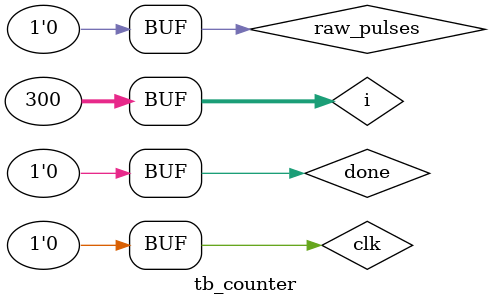
<source format=v>
`timescale 1ns / 1ps


module tb_counter(

    );
    
    reg clk, raw_pulses, done;
    integer i;
    wire [7:0] reg_count;
    
    initial
    begin
        i = 0;
        clk = 0;
        raw_pulses = 0;
        done = 0;
        
        for(i = 0; i < 300; i = i + 1)
        begin
        
            if (i%10 == 0)
            begin
                raw_pulses = 1;
            end
            else
            begin
                raw_pulses = 0;
            end
            
            if(i%100 == 0)
            begin
                done = 1;
            end
            else
            begin
                done = 0;
            end
            
            clk = !clk;
            #5;
            
        end
    end
    
    count_pulses tb_pulses (.clk(clk), .raw_pulses(raw_pulses), .batch_done(done), .reg_count(reg_count));
    
endmodule

</source>
